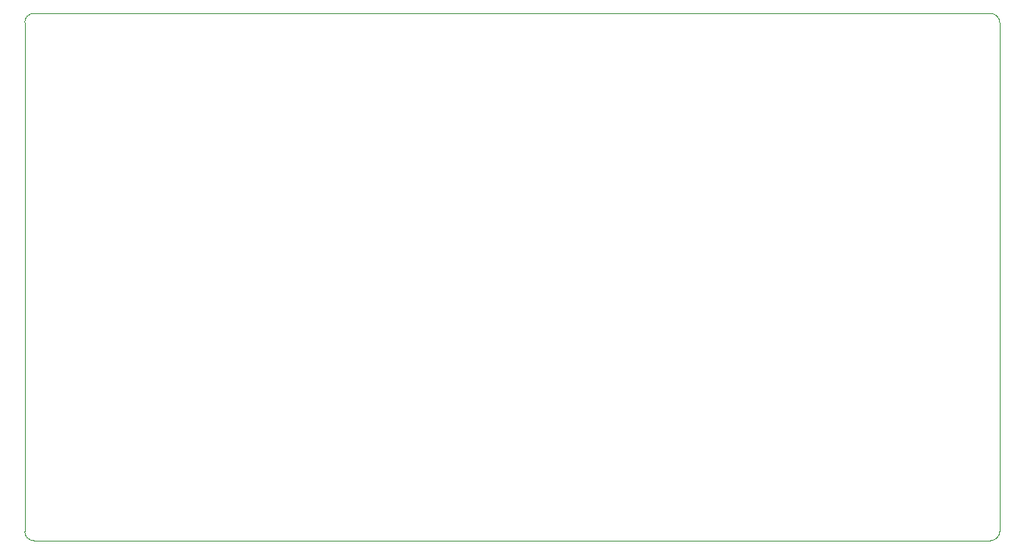
<source format=gm1>
%TF.GenerationSoftware,KiCad,Pcbnew,9.0.2*%
%TF.CreationDate,2025-12-17T22:35:22-05:00*%
%TF.ProjectId,motor-driver,6d6f746f-722d-4647-9269-7665722e6b69,rev?*%
%TF.SameCoordinates,Original*%
%TF.FileFunction,Profile,NP*%
%FSLAX46Y46*%
G04 Gerber Fmt 4.6, Leading zero omitted, Abs format (unit mm)*
G04 Created by KiCad (PCBNEW 9.0.2) date 2025-12-17 22:35:22*
%MOMM*%
%LPD*%
G01*
G04 APERTURE LIST*
%TA.AperFunction,Profile*%
%ADD10C,0.050000*%
%TD*%
G04 APERTURE END LIST*
D10*
X45350000Y-100805000D02*
G75*
G02*
X44350000Y-99805000I0J1000000D01*
G01*
X44350000Y-44605000D02*
G75*
G02*
X45350000Y-43605000I1000000J0D01*
G01*
X45350000Y-43605000D02*
X149050000Y-43605000D01*
X149050000Y-100805000D02*
X45350000Y-100805000D01*
X150050000Y-44605000D02*
X150050000Y-99805000D01*
X149050000Y-43605000D02*
G75*
G02*
X150050000Y-44605000I0J-1000000D01*
G01*
X44350000Y-99805000D02*
X44350000Y-44605000D01*
X150050000Y-99805000D02*
G75*
G02*
X149050000Y-100805000I-1000000J0D01*
G01*
M02*

</source>
